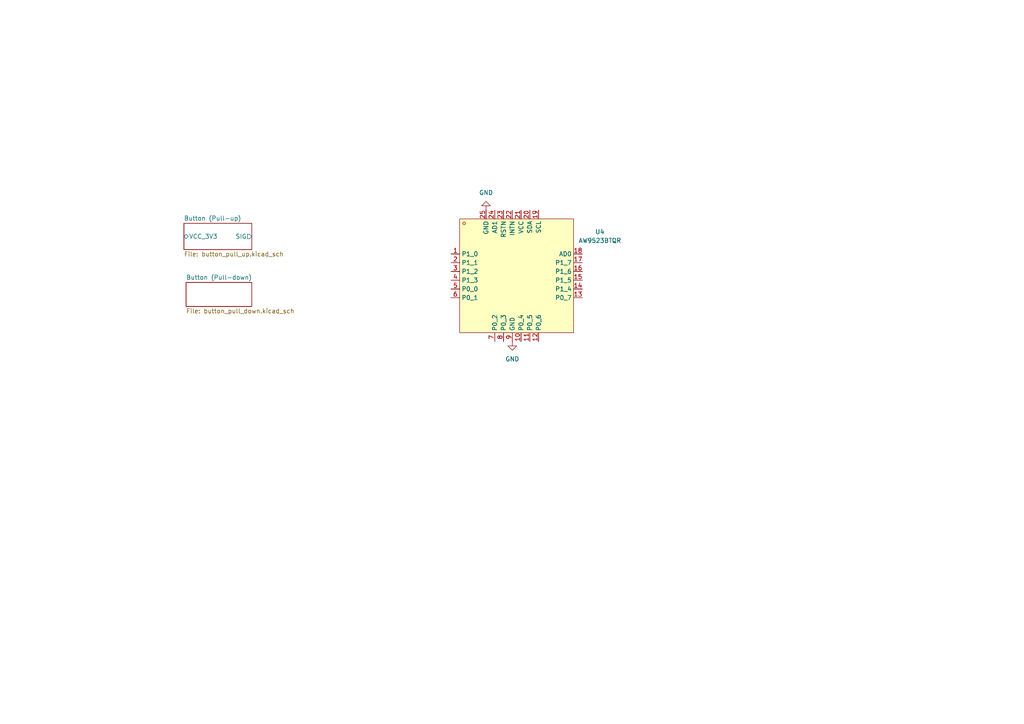
<source format=kicad_sch>
(kicad_sch (version 20250114) (generator "eeschema") (generator_version "9.0")
  (paper "A4")
  (lib_symbols
    (symbol "lcsc-lib:AW9523BTQR"
      (property "Reference" "U" (at 0 24.13 0))
      (property "Value" "AW9523BTQR" (at 0 -24.13 0))
      (symbol "AW9523BTQR_0_1"
        (rectangle (start -16.51 16.51) (end 16.51 -16.51) (fill (type background)))
        (circle (center -15.24 15.24) (radius 0.38))
        (pin unspecified line (at -19.05 6.35 0) (length 2.54) (name "P1_0") (number "1"))
        (pin unspecified line (at -19.05 3.81 0) (length 2.54) (name "P1_1") (number "2"))
        (pin unspecified line (at -19.05 1.27 0) (length 2.54) (name "P1_2") (number "3"))
        (pin unspecified line (at -19.05 -1.27 0) (length 2.54) (name "P1_3") (number "4"))
        (pin unspecified line (at -19.05 -3.81 0) (length 2.54) (name "P0_0") (number "5"))
        (pin unspecified line (at -19.05 -6.35 0) (length 2.54) (name "P0_1") (number "6"))
        (pin unspecified line (at -8.89 19.05 270) (length 2.54) (name "GND") (number "25"))
        (pin unspecified line (at -6.35 19.05 270) (length 2.54) (name "AD1") (number "24"))
        (pin unspecified line (at -6.35 -19.05 90) (length 2.54) (name "P0_2") (number "7"))
        (pin unspecified line (at -3.81 19.05 270) (length 2.54) (name "RSTN") (number "23"))
        (pin unspecified line (at -3.81 -19.05 90) (length 2.54) (name "P0_3") (number "8"))
        (pin unspecified line (at -1.27 19.05 270) (length 2.54) (name "INTN") (number "22"))
        (pin unspecified line (at -1.27 -19.05 90) (length 2.54) (name "GND") (number "9"))
        (pin unspecified line (at 1.27 19.05 270) (length 2.54) (name "VCC") (number "21"))
        (pin unspecified line (at 1.27 -19.05 90) (length 2.54) (name "P0_4") (number "10"))
        (pin unspecified line (at 3.81 19.05 270) (length 2.54) (name "SDA") (number "20"))
        (pin unspecified line (at 3.81 -19.05 90) (length 2.54) (name "P0_5") (number "11"))
        (pin unspecified line (at 6.35 19.05 270) (length 2.54) (name "SCL") (number "19"))
        (pin unspecified line (at 6.35 -19.05 90) (length 2.54) (name "P0_6") (number "12"))
        (pin unspecified line (at 19.05 6.35 180) (length 2.54) (name "AD0") (number "18"))
        (pin unspecified line (at 19.05 3.81 180) (length 2.54) (name "P1_7") (number "17"))
        (pin unspecified line (at 19.05 1.27 180) (length 2.54) (name "P1_6") (number "16"))
        (pin unspecified line (at 19.05 -1.27 180) (length 2.54) (name "P1_5") (number "15"))
        (pin unspecified line (at 19.05 -3.81 180) (length 2.54) (name "P1_4") (number "14"))
        (pin unspecified line (at 19.05 -6.35 180) (length 2.54) (name "P0_7") (number "13"))
      )
    )
    (symbol "power:GND" (power) (pin_numbers (hide yes)) (pin_names (offset 0) (hide yes))
      (property "Value" "GND" (at 0 -3.81 0))
      (symbol "GND_0_1"
        (polyline (pts (xy 0 0) (xy 0 -1.27) (xy 1.27 -1.27) (xy 0 -2.54) (xy -1.27 -1.27) (xy 0 -1.27)))
      )
      (symbol "GND_1_1"
        (pin power_in line (at 0 0 270) (length 0) (name "~") (number "1"))
      )
    )
  )
  (symbol (lib_id "power:GND") (at 140.97 60.96 180) (unit 1)
    (property "Reference" "#PWR031" (effects (hide yes)))
    (property "Value" "GND" (at 140.97 55.88 0))
    (property "Description" "Power symbol creates a global label with name \"GND\" , ground" (effects (hide yes)))
  )
  (symbol (lib_id "power:GND") (at 148.59 99.06 0) (unit 1)
    (property "Reference" "#PWR034" (effects (hide yes)))
    (property "Value" "GND" (at 148.59 104.14 0))
    (property "Description" "Power symbol creates a global label with name \"GND\" , ground" (effects (hide yes)))
  )
  (symbol (lib_id "lcsc-lib:AW9523BTQR") (at 149.86 80.01 0) (unit 1)
    (property "Reference" "U4" (at 173.99 67.2398 0))
    (property "Value" "AW9523BTQR" (at 173.99 69.7798 0))
    (property "Footprint" "lcsc-lib:VFQFPN-24_L4.0-W4.0-P0.50-BL-EP2.8" (effects (hide yes)))
    (property "Datasheet" "kicad-embed://AW9523B.PDF" (effects (hide yes)))
    (property "Description" "https://lcsc.com/product-detail/Interface-ICs_AW9523BTQR_C148077.html" (effects (hide yes)))
    (property "LCSC Part" "C148077" (effects (hide yes)))
  )
  (sheet (at 53.34 64.77) (size 19.685 7.62) (stroke (width 0.1524))
    (property "Sheetname" "Button (Pull-up)" (at 53.34 64.0584 0) (effects (justify left bottom)))
    (property "Sheetfile" "button_pull_up.kicad_sch" (at 53.34 72.9746 0) (effects (justify left top)))
    (pin "SIG" output (at 73.025 68.58 0))
    (pin "VCC_3V3" bidirectional (at 53.34 68.58 180))
  )
  (sheet (at 53.975 81.915) (size 19.05 6.985) (stroke (width 0.1524))
    (property "Sheetname" "Button (Pull-down)" (at 53.975 81.2034 0) (effects (justify left bottom)))
    (property "Sheetfile" "button_pull_down.kicad_sch" (at 53.975 89.4846 0) (effects (justify left top)))
  )
)
</source>
